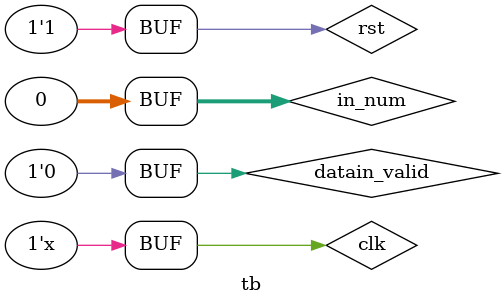
<source format=v>
module tb();
	reg [31:0] in_num;
    reg datain_valid;
    reg clk;
    reg rst;
    wire [31:0] sort_num;
    wire valid;

	sort s(
		.in_num(in_num),
		.datain_valid(datain_valid),
		.rst(rst),
		.clk(clk),
		.sort_num(sort_num),
		.valid(valid)
	);
	
	initial begin
		clk = 0;
		rst = 0;
		datain_valid = 0;
		in_num = 0;
		#10;
		rst = 1;
		#10;
	end
	always #5 clk = ~clk;


endmodule
</source>
